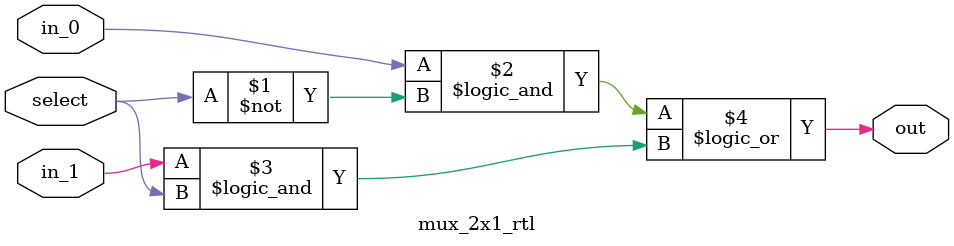
<source format=v>
`timescale 1ns / 1ps
module mux_2x1_rtl(in_0, in_1, select, out);

	input	select;
	input in_0; 
	input in_1;
	
	output out;

	assign out = (in_0 && ~select) || (in_1 && select);

endmodule

</source>
